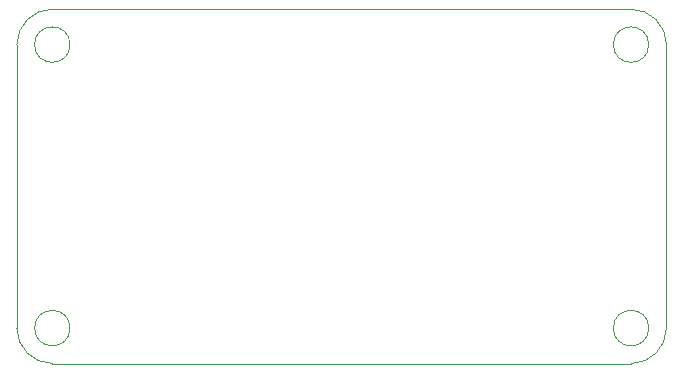
<source format=gbr>
%TF.GenerationSoftware,KiCad,Pcbnew,8.0.7*%
%TF.CreationDate,2025-04-18T18:12:16+03:00*%
%TF.ProjectId,PUBG_KEY,50554247-5f4b-4455-992e-6b696361645f,rev?*%
%TF.SameCoordinates,Original*%
%TF.FileFunction,Profile,NP*%
%FSLAX46Y46*%
G04 Gerber Fmt 4.6, Leading zero omitted, Abs format (unit mm)*
G04 Created by KiCad (PCBNEW 8.0.7) date 2025-04-18 18:12:16*
%MOMM*%
%LPD*%
G01*
G04 APERTURE LIST*
%TA.AperFunction,Profile*%
%ADD10C,0.100000*%
%TD*%
G04 APERTURE END LIST*
D10*
X99530000Y-96670000D02*
X102530000Y-96670000D01*
X104030000Y-69670000D02*
G75*
G02*
X101030000Y-69670000I-1500000J0D01*
G01*
X101030000Y-69670000D02*
G75*
G02*
X104030000Y-69670000I1500000J0D01*
G01*
X105530000Y-93670000D02*
X105530000Y-69670000D01*
X102530000Y-66670000D02*
X99530000Y-66670000D01*
X56530000Y-96670000D02*
X99530000Y-96670000D01*
X99530000Y-66670000D02*
X56530000Y-66670000D01*
X50530000Y-69670000D02*
G75*
G02*
X53530000Y-66670000I3000000J0D01*
G01*
X55030000Y-93670000D02*
G75*
G02*
X52030000Y-93670000I-1500000J0D01*
G01*
X52030000Y-93670000D02*
G75*
G02*
X55030000Y-93670000I1500000J0D01*
G01*
X105530000Y-93670000D02*
G75*
G02*
X102530000Y-96670000I-3000000J0D01*
G01*
X50530000Y-69670000D02*
X50530000Y-93670000D01*
X56530000Y-96670000D02*
X53530000Y-96670000D01*
X55030000Y-69670000D02*
G75*
G02*
X52030000Y-69670000I-1500000J0D01*
G01*
X52030000Y-69670000D02*
G75*
G02*
X55030000Y-69670000I1500000J0D01*
G01*
X53530000Y-96670000D02*
G75*
G02*
X50530000Y-93670000I0J3000000D01*
G01*
X102530000Y-66670000D02*
G75*
G02*
X105530000Y-69670000I0J-3000000D01*
G01*
X104030000Y-93670000D02*
G75*
G02*
X101030000Y-93670000I-1500000J0D01*
G01*
X101030000Y-93670000D02*
G75*
G02*
X104030000Y-93670000I1500000J0D01*
G01*
X56530000Y-66670000D02*
X53530000Y-66670000D01*
M02*

</source>
